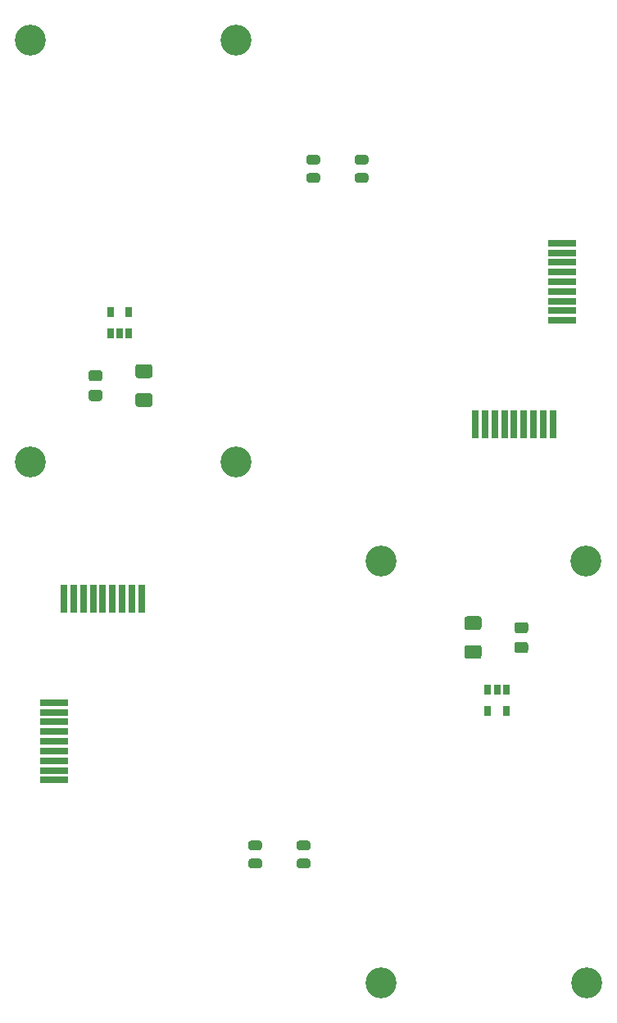
<source format=gbr>
G04 #@! TF.GenerationSoftware,KiCad,Pcbnew,5.1.6-c6e7f7d~86~ubuntu18.04.1*
G04 #@! TF.CreationDate,2020-05-28T18:46:40+01:00*
G04 #@! TF.ProjectId,polariser_drive,706f6c61-7269-4736-9572-5f6472697665,rev?*
G04 #@! TF.SameCoordinates,Original*
G04 #@! TF.FileFunction,Paste,Top*
G04 #@! TF.FilePolarity,Positive*
%FSLAX46Y46*%
G04 Gerber Fmt 4.6, Leading zero omitted, Abs format (unit mm)*
G04 Created by KiCad (PCBNEW 5.1.6-c6e7f7d~86~ubuntu18.04.1) date 2020-05-28 18:46:40*
%MOMM*%
%LPD*%
G01*
G04 APERTURE LIST*
%ADD10C,3.200000*%
%ADD11R,0.700000X3.000000*%
%ADD12R,3.000000X0.700000*%
%ADD13R,0.650000X1.060000*%
G04 APERTURE END LIST*
G36*
G01*
X63875000Y-70775000D02*
X65125000Y-70775000D01*
G75*
G02*
X65375000Y-71025000I0J-250000D01*
G01*
X65375000Y-71950000D01*
G75*
G02*
X65125000Y-72200000I-250000J0D01*
G01*
X63875000Y-72200000D01*
G75*
G02*
X63625000Y-71950000I0J250000D01*
G01*
X63625000Y-71025000D01*
G75*
G02*
X63875000Y-70775000I250000J0D01*
G01*
G37*
G36*
G01*
X63875000Y-73750000D02*
X65125000Y-73750000D01*
G75*
G02*
X65375000Y-74000000I0J-250000D01*
G01*
X65375000Y-74925000D01*
G75*
G02*
X65125000Y-75175000I-250000J0D01*
G01*
X63875000Y-75175000D01*
G75*
G02*
X63625000Y-74925000I0J250000D01*
G01*
X63625000Y-74000000D01*
G75*
G02*
X63875000Y-73750000I250000J0D01*
G01*
G37*
G36*
G01*
X86543750Y-51012500D02*
X87456250Y-51012500D01*
G75*
G02*
X87700000Y-51256250I0J-243750D01*
G01*
X87700000Y-51743750D01*
G75*
G02*
X87456250Y-51987500I-243750J0D01*
G01*
X86543750Y-51987500D01*
G75*
G02*
X86300000Y-51743750I0J243750D01*
G01*
X86300000Y-51256250D01*
G75*
G02*
X86543750Y-51012500I243750J0D01*
G01*
G37*
G36*
G01*
X86543750Y-49137500D02*
X87456250Y-49137500D01*
G75*
G02*
X87700000Y-49381250I0J-243750D01*
G01*
X87700000Y-49868750D01*
G75*
G02*
X87456250Y-50112500I-243750J0D01*
G01*
X86543750Y-50112500D01*
G75*
G02*
X86300000Y-49868750I0J243750D01*
G01*
X86300000Y-49381250D01*
G75*
G02*
X86543750Y-49137500I243750J0D01*
G01*
G37*
D10*
X52750000Y-37250000D03*
X74000000Y-37250000D03*
X74000000Y-80880000D03*
X52800000Y-80880000D03*
D11*
X98750000Y-77000000D03*
X99750000Y-77000000D03*
X100750000Y-77000000D03*
X101750000Y-77000000D03*
X102750000Y-77000000D03*
X103750000Y-77000000D03*
X104750000Y-77000000D03*
X105750000Y-77000000D03*
X106750000Y-77000000D03*
D12*
X107750000Y-66250000D03*
X107750000Y-65250000D03*
X107750000Y-64250000D03*
X107750000Y-63250000D03*
X107750000Y-62250000D03*
X107750000Y-61250000D03*
X107750000Y-60250000D03*
X107750000Y-59250000D03*
X107750000Y-58250000D03*
G36*
G01*
X59049999Y-71375000D02*
X59950001Y-71375000D01*
G75*
G02*
X60200000Y-71624999I0J-249999D01*
G01*
X60200000Y-72275001D01*
G75*
G02*
X59950001Y-72525000I-249999J0D01*
G01*
X59049999Y-72525000D01*
G75*
G02*
X58800000Y-72275001I0J249999D01*
G01*
X58800000Y-71624999D01*
G75*
G02*
X59049999Y-71375000I249999J0D01*
G01*
G37*
G36*
G01*
X59049999Y-73425000D02*
X59950001Y-73425000D01*
G75*
G02*
X60200000Y-73674999I0J-249999D01*
G01*
X60200000Y-74325001D01*
G75*
G02*
X59950001Y-74575000I-249999J0D01*
G01*
X59049999Y-74575000D01*
G75*
G02*
X58800000Y-74325001I0J249999D01*
G01*
X58800000Y-73674999D01*
G75*
G02*
X59049999Y-73425000I249999J0D01*
G01*
G37*
G36*
G01*
X81543750Y-51012500D02*
X82456250Y-51012500D01*
G75*
G02*
X82700000Y-51256250I0J-243750D01*
G01*
X82700000Y-51743750D01*
G75*
G02*
X82456250Y-51987500I-243750J0D01*
G01*
X81543750Y-51987500D01*
G75*
G02*
X81300000Y-51743750I0J243750D01*
G01*
X81300000Y-51256250D01*
G75*
G02*
X81543750Y-51012500I243750J0D01*
G01*
G37*
G36*
G01*
X81543750Y-49137500D02*
X82456250Y-49137500D01*
G75*
G02*
X82700000Y-49381250I0J-243750D01*
G01*
X82700000Y-49868750D01*
G75*
G02*
X82456250Y-50112500I-243750J0D01*
G01*
X81543750Y-50112500D01*
G75*
G02*
X81300000Y-49868750I0J243750D01*
G01*
X81300000Y-49381250D01*
G75*
G02*
X81543750Y-49137500I243750J0D01*
G01*
G37*
D13*
X61050000Y-67600000D03*
X62000000Y-67600000D03*
X62950000Y-67600000D03*
X62950000Y-65400000D03*
X61050000Y-65400000D03*
D12*
X55250000Y-113750000D03*
X55250000Y-112750000D03*
X55250000Y-111750000D03*
X55250000Y-110750000D03*
X55250000Y-109750000D03*
X55250000Y-108750000D03*
X55250000Y-107750000D03*
X55250000Y-106750000D03*
X55250000Y-105750000D03*
D11*
X56250000Y-95000000D03*
X57250000Y-95000000D03*
X58250000Y-95000000D03*
X59250000Y-95000000D03*
X60250000Y-95000000D03*
X61250000Y-95000000D03*
X62250000Y-95000000D03*
X63250000Y-95000000D03*
X64250000Y-95000000D03*
G36*
G01*
X99125000Y-98250000D02*
X97875000Y-98250000D01*
G75*
G02*
X97625000Y-98000000I0J250000D01*
G01*
X97625000Y-97075000D01*
G75*
G02*
X97875000Y-96825000I250000J0D01*
G01*
X99125000Y-96825000D01*
G75*
G02*
X99375000Y-97075000I0J-250000D01*
G01*
X99375000Y-98000000D01*
G75*
G02*
X99125000Y-98250000I-250000J0D01*
G01*
G37*
G36*
G01*
X99125000Y-101225000D02*
X97875000Y-101225000D01*
G75*
G02*
X97625000Y-100975000I0J250000D01*
G01*
X97625000Y-100050000D01*
G75*
G02*
X97875000Y-99800000I250000J0D01*
G01*
X99125000Y-99800000D01*
G75*
G02*
X99375000Y-100050000I0J-250000D01*
G01*
X99375000Y-100975000D01*
G75*
G02*
X99125000Y-101225000I-250000J0D01*
G01*
G37*
D10*
X110200000Y-91120000D03*
X89000000Y-91120000D03*
X89000000Y-134750000D03*
X110250000Y-134750000D03*
D13*
X101950000Y-106600000D03*
X100050000Y-106600000D03*
X100050000Y-104400000D03*
X101000000Y-104400000D03*
X101950000Y-104400000D03*
G36*
G01*
X76456250Y-122862500D02*
X75543750Y-122862500D01*
G75*
G02*
X75300000Y-122618750I0J243750D01*
G01*
X75300000Y-122131250D01*
G75*
G02*
X75543750Y-121887500I243750J0D01*
G01*
X76456250Y-121887500D01*
G75*
G02*
X76700000Y-122131250I0J-243750D01*
G01*
X76700000Y-122618750D01*
G75*
G02*
X76456250Y-122862500I-243750J0D01*
G01*
G37*
G36*
G01*
X76456250Y-120987500D02*
X75543750Y-120987500D01*
G75*
G02*
X75300000Y-120743750I0J243750D01*
G01*
X75300000Y-120256250D01*
G75*
G02*
X75543750Y-120012500I243750J0D01*
G01*
X76456250Y-120012500D01*
G75*
G02*
X76700000Y-120256250I0J-243750D01*
G01*
X76700000Y-120743750D01*
G75*
G02*
X76456250Y-120987500I-243750J0D01*
G01*
G37*
G36*
G01*
X81456250Y-122862500D02*
X80543750Y-122862500D01*
G75*
G02*
X80300000Y-122618750I0J243750D01*
G01*
X80300000Y-122131250D01*
G75*
G02*
X80543750Y-121887500I243750J0D01*
G01*
X81456250Y-121887500D01*
G75*
G02*
X81700000Y-122131250I0J-243750D01*
G01*
X81700000Y-122618750D01*
G75*
G02*
X81456250Y-122862500I-243750J0D01*
G01*
G37*
G36*
G01*
X81456250Y-120987500D02*
X80543750Y-120987500D01*
G75*
G02*
X80300000Y-120743750I0J243750D01*
G01*
X80300000Y-120256250D01*
G75*
G02*
X80543750Y-120012500I243750J0D01*
G01*
X81456250Y-120012500D01*
G75*
G02*
X81700000Y-120256250I0J-243750D01*
G01*
X81700000Y-120743750D01*
G75*
G02*
X81456250Y-120987500I-243750J0D01*
G01*
G37*
G36*
G01*
X103950001Y-98575000D02*
X103049999Y-98575000D01*
G75*
G02*
X102800000Y-98325001I0J249999D01*
G01*
X102800000Y-97674999D01*
G75*
G02*
X103049999Y-97425000I249999J0D01*
G01*
X103950001Y-97425000D01*
G75*
G02*
X104200000Y-97674999I0J-249999D01*
G01*
X104200000Y-98325001D01*
G75*
G02*
X103950001Y-98575000I-249999J0D01*
G01*
G37*
G36*
G01*
X103950001Y-100625000D02*
X103049999Y-100625000D01*
G75*
G02*
X102800000Y-100375001I0J249999D01*
G01*
X102800000Y-99724999D01*
G75*
G02*
X103049999Y-99475000I249999J0D01*
G01*
X103950001Y-99475000D01*
G75*
G02*
X104200000Y-99724999I0J-249999D01*
G01*
X104200000Y-100375001D01*
G75*
G02*
X103950001Y-100625000I-249999J0D01*
G01*
G37*
M02*

</source>
